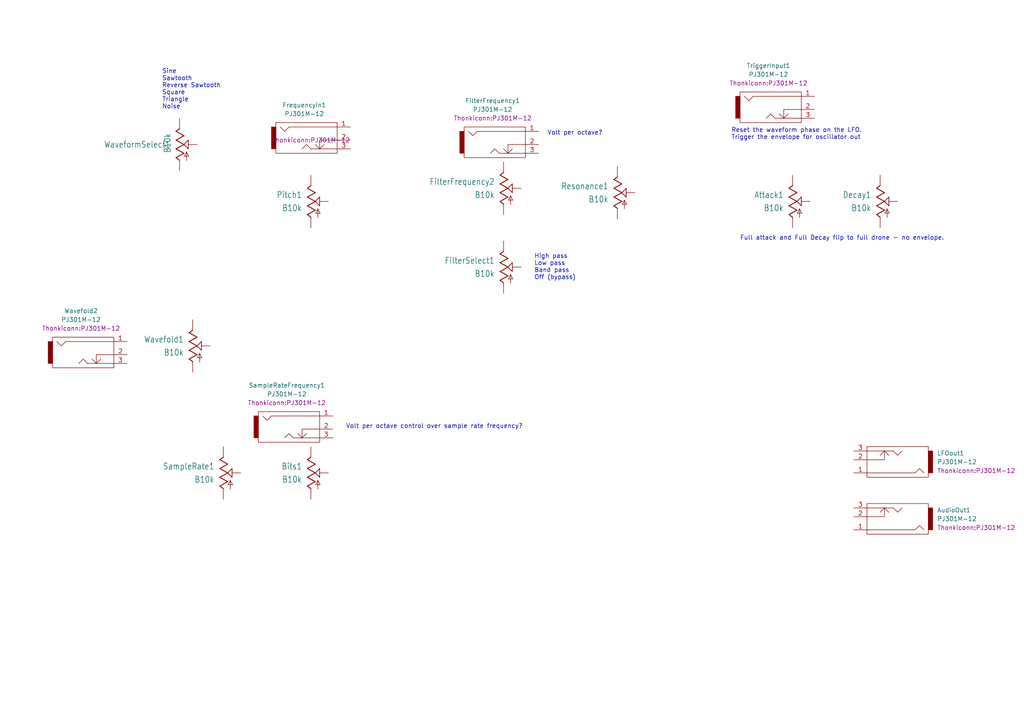
<source format=kicad_sch>
(kicad_sch (version 20230121) (generator eeschema)
  (paper "A4")
  (lib_symbols
    (symbol "US-EVUL Alpha Potentiometer Eurorack:US-EVUL"
      (property "Reference" "R" (at -5.08 -2.54 90))
      (symbol "US-EVUL_1_0"
        (polyline (pts (xy -1.016 -3.81) (xy 1.27 -2.54)) (stroke (width 0.254)))
        (polyline (pts (xy -1.016 -1.27) (xy 1.27 0)) (stroke (width 0.254)))
        (polyline (pts (xy -1.016 1.27) (xy 1.27 2.54)) (stroke (width 0.254)))
        (polyline (pts (xy -1.016 3.81) (xy 0 4.572)) (stroke (width 0.254)))
        (polyline (pts (xy 0 -5.08) (xy 0 -4.572)) (stroke (width 0.1524)))
        (polyline (pts (xy 0 -4.572) (xy -1.016 -3.81)) (stroke (width 0.254)))
        (polyline (pts (xy 0 4.572) (xy 0 5.08)) (stroke (width 0.1524)))
        (polyline (pts (xy 1.27 -2.54) (xy -1.016 -1.27)) (stroke (width 0.254)))
        (polyline (pts (xy 1.27 0) (xy -1.016 1.27)) (stroke (width 0.254)))
        (polyline (pts (xy 1.27 0) (xy 2.54 1.27)) (stroke (width 0.2032)))
        (polyline (pts (xy 1.27 2.54) (xy -1.016 3.81)) (stroke (width 0.254)))
        (polyline (pts (xy 1.397 -3.429) (xy 2.032 -2.159)) (stroke (width 0.1524)))
        (polyline (pts (xy 2.032 -4.699) (xy 2.032 -2.159)) (stroke (width 0.1524)))
        (polyline (pts (xy 2.032 -2.159) (xy 2.667 -3.429)) (stroke (width 0.1524)))
        (polyline (pts (xy 2.54 -1.27) (xy 1.27 0)) (stroke (width 0.2032)))
        (polyline (pts (xy 2.54 1.27) (xy 2.54 -1.27)) (stroke (width 0.2032)))
        (polyline (pts (xy 2.667 -3.429) (xy 1.397 -3.429)) (stroke (width 0.1524)))
        (pin passive line (at 0 -7.62 90) (length 2.54) (name "A") (number "1"))
        (pin passive line (at 5.08 0 180) (length 2.54) (name "S") (number "2"))
        (pin passive line (at 0 7.62 270) (length 2.54) (name "E") (number "3"))
      )
    )
    (symbol "eurocad:PJ301M-12" (pin_names (offset 1.016))
      (property "Reference" "J" (at -8.89 -5.08 0))
      (property "Value" "PJ301M-12" (at -3.81 6.35 0))
      (symbol "PJ301M-12_0_1"
        (rectangle (start -11.43 3.81) (end -10.16 -2.54) (fill (type outline)))
        (polyline (pts (xy 3.81 0) (xy 7.62 0) (xy 7.62 0)))
        (polyline (pts (xy 0 -2.54) (xy -1.27 -1.27) (xy -2.54 -2.54) (xy -2.54 -2.54)))
        (polyline (pts (xy 0 -2.54) (xy 7.62 -2.54) (xy 7.62 -2.54) (xy 7.62 -2.54)))
        (polyline (pts (xy 1.27 -1.27) (xy 2.54 -2.54) (xy 3.81 -1.27) (xy 3.81 -1.27)))
        (polyline (pts (xy 3.81 0) (xy 2.54 0) (xy 2.54 -2.54) (xy 2.54 -2.54)))
        (polyline (pts (xy 7.62 3.81) (xy -6.35 3.81) (xy -7.62 2.54) (xy -8.89 3.81) (xy -8.89 3.81)))
        (rectangle (start 7.62 -3.81) (end -10.16 5.08))
      )
      (symbol "PJ301M-12_1_1"
        (pin passive line (at 11.43 3.81 180) (length 3.81) (name "~") (number "1"))
        (pin passive line (at 11.43 0 180) (length 3.81) (name "~") (number "2"))
        (pin passive line (at 11.43 -2.54 180) (length 3.81) (name "~") (number "3"))
      )
    )
  )
  (text "Volt per octave?" (at 158.75 39.37 0) (effects (font (size 1.27 1.27)) (justify left bottom)))
  (text "Sine\nSawtooth\nReverse Sawtooth\nSquare\nTriangle\nNoise" (at 46.99 31.75 0) (effects (font (size 1.27 1.27)) (justify left bottom)))
  (text "Volt per octave control over sample rate frequency?" (at 100.33 124.46 0) (effects (font (size 1.27 1.27)) (justify left bottom)))
  (text "High pass\nLow pass\nBand pass\nOff (bypass)" (at 154.94 81.28 0) (effects (font (size 1.27 1.27)) (justify left bottom)))
  (text "Reset the waveform phase on the LFO.\nTrigger the envelope for oscillator out" (at 212.09 40.64 0) (effects (font (size 1.27 1.27)) (justify left bottom)))
  (text "Full attack and Full Decay flip to full drone - no envelope." (at 214.63 69.85 0) (effects (font (size 1.27 1.27)) (justify left bottom)))
  (symbol (lib_id "US-EVUL Alpha Potentiometer Eurorack:US-EVUL") (at 255.27 58.42 0) (unit 1)
    (property "Reference" "Decay1" (at 252.73 56.515 0) (effects (font (size 1.778 1.5113)) (justify right)))
    (property "Value" "B10k" (at 252.73 60.325 0) (effects (font (size 1.778 1.5113)) (justify right)))
    (property "Footprint" "Alpha potentiometer eurorack:EVUFXL" (effects hide))
  )
  (symbol (lib_id "eurocad:PJ301M-12") (at 259.08 133.35 180) (unit 1)
    (property "Reference" "LFOout1" (at 271.78 131.445 0) (effects (justify right)))
    (property "Value" "PJ301M-12" (at 271.78 133.985 0) (effects (justify right)))
    (property "Footprint" "Thonkiconn:PJ301M-12" (at 271.78 136.525 0) (effects (justify right)))
  )
  (symbol (lib_id "US-EVUL Alpha Potentiometer Eurorack:US-EVUL") (at 52.07 41.91 0) (unit 1)
    (property "Reference" "WaveformSelect1" (at 49.53 41.91 0) (effects (font (size 1.778 1.5113)) (justify right)))
    (property "Value" "B10k" (at 49.53 44.45 90) (effects (font (size 1.778 1.5113)) (justify left bottom)))
    (property "Footprint" "Alpha potentiometer eurorack:EVUFXL" (effects hide))
  )
  (symbol (lib_id "US-EVUL Alpha Potentiometer Eurorack:US-EVUL") (at 64.77 137.16 0) (unit 1)
    (property "Reference" "SampleRate1" (at 62.23 135.255 0) (effects (font (size 1.778 1.5113)) (justify right)))
    (property "Value" "B10k" (at 62.23 139.065 0) (effects (font (size 1.778 1.5113)) (justify right)))
    (property "Footprint" "Alpha potentiometer eurorack:EVUFXL" (effects hide))
  )
  (symbol (lib_id "eurocad:PJ301M-12") (at 90.17 40.64 0) (unit 1)
    (property "Reference" "FrequencyIn1" (at 88.265 30.48 0))
    (property "Value" "PJ301M-12" (at 88.265 33.02 0))
    (property "Footprint" "Thonkiconn:PJ301M-12" (at 90.17 40.64 0))
  )
  (symbol (lib_id "US-EVUL Alpha Potentiometer Eurorack:US-EVUL") (at 229.87 58.42 0) (unit 1)
    (property "Reference" "Attack1" (at 227.33 56.515 0) (effects (font (size 1.778 1.5113)) (justify right)))
    (property "Value" "B10k" (at 227.33 60.325 0) (effects (font (size 1.778 1.5113)) (justify right)))
    (property "Footprint" "Alpha potentiometer eurorack:EVUFXL" (effects hide))
  )
  (symbol (lib_id "US-EVUL Alpha Potentiometer Eurorack:US-EVUL") (at 146.05 54.61 0) (unit 1)
    (property "Reference" "FilterFrequency2" (at 143.51 52.705 0) (effects (font (size 1.778 1.5113)) (justify right)))
    (property "Value" "B10k" (at 143.51 56.515 0) (effects (font (size 1.778 1.5113)) (justify right)))
    (property "Footprint" "Alpha potentiometer eurorack:EVUFXL" (effects hide))
  )
  (symbol (lib_id "eurocad:PJ301M-12") (at 259.08 149.86 180) (unit 1)
    (property "Reference" "AudioOut1" (at 271.78 147.955 0) (effects (justify right)))
    (property "Value" "PJ301M-12" (at 271.78 150.495 0) (effects (justify right)))
    (property "Footprint" "Thonkiconn:PJ301M-12" (at 271.78 153.035 0) (effects (justify right)))
  )
  (symbol (lib_id "eurocad:PJ301M-12") (at 85.09 124.46 0) (unit 1)
    (property "Reference" "SampleRateFrequency1" (at 83.185 111.76 0))
    (property "Value" "PJ301M-12" (at 83.185 114.3 0))
    (property "Footprint" "Thonkiconn:PJ301M-12" (at 83.185 116.84 0))
  )
  (symbol (lib_id "eurocad:PJ301M-12") (at 25.4 102.87 0) (unit 1)
    (property "Reference" "Wavefold2" (at 23.495 90.17 0))
    (property "Value" "PJ301M-12" (at 23.495 92.71 0))
    (property "Footprint" "Thonkiconn:PJ301M-12" (at 23.495 95.25 0))
  )
  (symbol (lib_id "US-EVUL Alpha Potentiometer Eurorack:US-EVUL") (at 146.05 77.47 0) (unit 1)
    (property "Reference" "FilterSelect1" (at 143.51 75.565 0) (effects (font (size 1.778 1.5113)) (justify right)))
    (property "Value" "B10k" (at 143.51 79.375 0) (effects (font (size 1.778 1.5113)) (justify right)))
    (property "Footprint" "Alpha potentiometer eurorack:EVUFXL" (effects hide))
  )
  (symbol (lib_id "US-EVUL Alpha Potentiometer Eurorack:US-EVUL") (at 55.88 100.33 0) (unit 1)
    (property "Reference" "Wavefold1" (at 53.34 98.425 0) (effects (font (size 1.778 1.5113)) (justify right)))
    (property "Value" "B10k" (at 53.34 102.235 0) (effects (font (size 1.778 1.5113)) (justify right)))
    (property "Footprint" "Alpha potentiometer eurorack:EVUFXL" (effects hide))
  )
  (symbol (lib_id "US-EVUL Alpha Potentiometer Eurorack:US-EVUL") (at 90.17 58.42 0) (unit 1)
    (property "Reference" "Pitch1" (at 87.63 56.515 0) (effects (font (size 1.778 1.5113)) (justify right)))
    (property "Value" "B10k" (at 87.63 60.325 0) (effects (font (size 1.778 1.5113)) (justify right)))
    (property "Footprint" "Alpha potentiometer eurorack:EVUFXL" (effects hide))
  )
  (symbol (lib_id "US-EVUL Alpha Potentiometer Eurorack:US-EVUL") (at 90.17 137.16 0) (unit 1)
    (property "Reference" "Bits1" (at 87.63 135.255 0) (effects (font (size 1.778 1.5113)) (justify right)))
    (property "Value" "B10k" (at 87.63 139.065 0) (effects (font (size 1.778 1.5113)) (justify right)))
    (property "Footprint" "Alpha potentiometer eurorack:EVUFXL" (effects hide))
  )
  (symbol (lib_id "eurocad:PJ301M-12") (at 224.79 31.75 0) (unit 1)
    (property "Reference" "TriggerInput1" (at 222.885 19.05 0))
    (property "Value" "PJ301M-12" (at 222.885 21.59 0))
    (property "Footprint" "Thonkiconn:PJ301M-12" (at 222.885 24.13 0))
  )
  (symbol (lib_id "US-EVUL Alpha Potentiometer Eurorack:US-EVUL") (at 179.07 55.88 0) (unit 1)
    (property "Reference" "Resonance1" (at 176.53 53.975 0) (effects (font (size 1.778 1.5113)) (justify right)))
    (property "Value" "B10k" (at 176.53 57.785 0) (effects (font (size 1.778 1.5113)) (justify right)))
    (property "Footprint" "Alpha potentiometer eurorack:EVUFXL" (effects hide))
  )
  (symbol (lib_id "eurocad:PJ301M-12") (at 144.78 41.91 0) (unit 1)
    (property "Reference" "FilterFrequency1" (at 142.875 29.21 0))
    (property "Value" "PJ301M-12" (at 142.875 31.75 0))
    (property "Footprint" "Thonkiconn:PJ301M-12" (at 142.875 34.29 0))
  )
)
</source>
